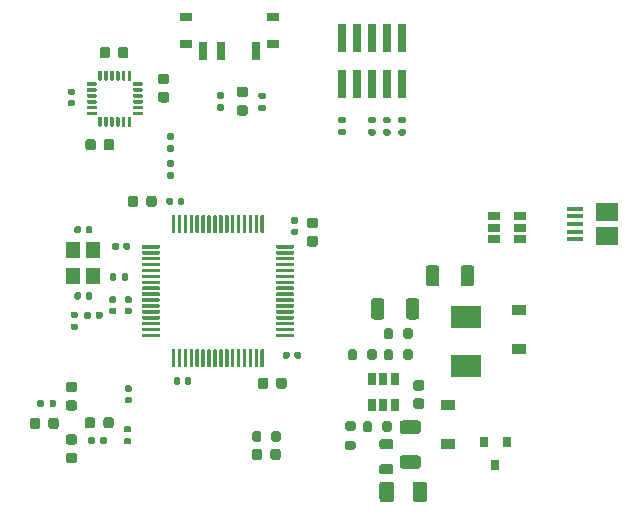
<source format=gbr>
%TF.GenerationSoftware,KiCad,Pcbnew,(5.1.10)-1*%
%TF.CreationDate,2021-09-20T20:27:13+02:00*%
%TF.ProjectId,STM32F405RG +  Gyro + I2C,53544d33-3246-4343-9035-5247202b2020,rev?*%
%TF.SameCoordinates,Original*%
%TF.FileFunction,Paste,Top*%
%TF.FilePolarity,Positive*%
%FSLAX46Y46*%
G04 Gerber Fmt 4.6, Leading zero omitted, Abs format (unit mm)*
G04 Created by KiCad (PCBNEW (5.1.10)-1) date 2021-09-20 20:27:13*
%MOMM*%
%LPD*%
G01*
G04 APERTURE LIST*
%ADD10R,0.740000X2.400000*%
%ADD11R,1.060000X0.650000*%
%ADD12R,1.900000X1.500000*%
%ADD13R,1.350000X0.400000*%
%ADD14R,1.200000X1.400000*%
%ADD15R,0.650000X1.060000*%
%ADD16R,1.000000X0.800000*%
%ADD17R,0.700000X1.500000*%
%ADD18R,0.800000X0.900000*%
%ADD19R,2.500000X1.900000*%
%ADD20R,1.200000X0.900000*%
G04 APERTURE END LIST*
%TO.C,C21*%
G36*
G01*
X140150000Y-85125000D02*
X140650000Y-85125000D01*
G75*
G02*
X140875000Y-85350000I0J-225000D01*
G01*
X140875000Y-85800000D01*
G75*
G02*
X140650000Y-86025000I-225000J0D01*
G01*
X140150000Y-86025000D01*
G75*
G02*
X139925000Y-85800000I0J225000D01*
G01*
X139925000Y-85350000D01*
G75*
G02*
X140150000Y-85125000I225000J0D01*
G01*
G37*
G36*
G01*
X140150000Y-83575000D02*
X140650000Y-83575000D01*
G75*
G02*
X140875000Y-83800000I0J-225000D01*
G01*
X140875000Y-84250000D01*
G75*
G02*
X140650000Y-84475000I-225000J0D01*
G01*
X140150000Y-84475000D01*
G75*
G02*
X139925000Y-84250000I0J225000D01*
G01*
X139925000Y-83800000D01*
G75*
G02*
X140150000Y-83575000I225000J0D01*
G01*
G37*
%TD*%
%TO.C,C20*%
G36*
G01*
X163750000Y-100049999D02*
X163750000Y-101350001D01*
G75*
G02*
X163500001Y-101600000I-249999J0D01*
G01*
X162849999Y-101600000D01*
G75*
G02*
X162600000Y-101350001I0J249999D01*
G01*
X162600000Y-100049999D01*
G75*
G02*
X162849999Y-99800000I249999J0D01*
G01*
X163500001Y-99800000D01*
G75*
G02*
X163750000Y-100049999I0J-249999D01*
G01*
G37*
G36*
G01*
X166700000Y-100049999D02*
X166700000Y-101350001D01*
G75*
G02*
X166450001Y-101600000I-249999J0D01*
G01*
X165799999Y-101600000D01*
G75*
G02*
X165550000Y-101350001I0J249999D01*
G01*
X165550000Y-100049999D01*
G75*
G02*
X165799999Y-99800000I249999J0D01*
G01*
X166450001Y-99800000D01*
G75*
G02*
X166700000Y-100049999I0J-249999D01*
G01*
G37*
%TD*%
D10*
%TO.C,J3*%
X155500000Y-84490000D03*
X155500000Y-80590000D03*
X156770000Y-84490000D03*
X156770000Y-80590000D03*
X158040000Y-84490000D03*
X158040000Y-80590000D03*
X159310000Y-84490000D03*
X159310000Y-80590000D03*
X160580000Y-84490000D03*
X160580000Y-80590000D03*
%TD*%
%TO.C,U4*%
G36*
G01*
X141100000Y-97025000D02*
X141100000Y-95625000D01*
G75*
G02*
X141175000Y-95550000I75000J0D01*
G01*
X141325000Y-95550000D01*
G75*
G02*
X141400000Y-95625000I0J-75000D01*
G01*
X141400000Y-97025000D01*
G75*
G02*
X141325000Y-97100000I-75000J0D01*
G01*
X141175000Y-97100000D01*
G75*
G02*
X141100000Y-97025000I0J75000D01*
G01*
G37*
G36*
G01*
X141600000Y-97025000D02*
X141600000Y-95625000D01*
G75*
G02*
X141675000Y-95550000I75000J0D01*
G01*
X141825000Y-95550000D01*
G75*
G02*
X141900000Y-95625000I0J-75000D01*
G01*
X141900000Y-97025000D01*
G75*
G02*
X141825000Y-97100000I-75000J0D01*
G01*
X141675000Y-97100000D01*
G75*
G02*
X141600000Y-97025000I0J75000D01*
G01*
G37*
G36*
G01*
X142100000Y-97025000D02*
X142100000Y-95625000D01*
G75*
G02*
X142175000Y-95550000I75000J0D01*
G01*
X142325000Y-95550000D01*
G75*
G02*
X142400000Y-95625000I0J-75000D01*
G01*
X142400000Y-97025000D01*
G75*
G02*
X142325000Y-97100000I-75000J0D01*
G01*
X142175000Y-97100000D01*
G75*
G02*
X142100000Y-97025000I0J75000D01*
G01*
G37*
G36*
G01*
X142600000Y-97025000D02*
X142600000Y-95625000D01*
G75*
G02*
X142675000Y-95550000I75000J0D01*
G01*
X142825000Y-95550000D01*
G75*
G02*
X142900000Y-95625000I0J-75000D01*
G01*
X142900000Y-97025000D01*
G75*
G02*
X142825000Y-97100000I-75000J0D01*
G01*
X142675000Y-97100000D01*
G75*
G02*
X142600000Y-97025000I0J75000D01*
G01*
G37*
G36*
G01*
X143100000Y-97025000D02*
X143100000Y-95625000D01*
G75*
G02*
X143175000Y-95550000I75000J0D01*
G01*
X143325000Y-95550000D01*
G75*
G02*
X143400000Y-95625000I0J-75000D01*
G01*
X143400000Y-97025000D01*
G75*
G02*
X143325000Y-97100000I-75000J0D01*
G01*
X143175000Y-97100000D01*
G75*
G02*
X143100000Y-97025000I0J75000D01*
G01*
G37*
G36*
G01*
X143600000Y-97025000D02*
X143600000Y-95625000D01*
G75*
G02*
X143675000Y-95550000I75000J0D01*
G01*
X143825000Y-95550000D01*
G75*
G02*
X143900000Y-95625000I0J-75000D01*
G01*
X143900000Y-97025000D01*
G75*
G02*
X143825000Y-97100000I-75000J0D01*
G01*
X143675000Y-97100000D01*
G75*
G02*
X143600000Y-97025000I0J75000D01*
G01*
G37*
G36*
G01*
X144100000Y-97025000D02*
X144100000Y-95625000D01*
G75*
G02*
X144175000Y-95550000I75000J0D01*
G01*
X144325000Y-95550000D01*
G75*
G02*
X144400000Y-95625000I0J-75000D01*
G01*
X144400000Y-97025000D01*
G75*
G02*
X144325000Y-97100000I-75000J0D01*
G01*
X144175000Y-97100000D01*
G75*
G02*
X144100000Y-97025000I0J75000D01*
G01*
G37*
G36*
G01*
X144600000Y-97025000D02*
X144600000Y-95625000D01*
G75*
G02*
X144675000Y-95550000I75000J0D01*
G01*
X144825000Y-95550000D01*
G75*
G02*
X144900000Y-95625000I0J-75000D01*
G01*
X144900000Y-97025000D01*
G75*
G02*
X144825000Y-97100000I-75000J0D01*
G01*
X144675000Y-97100000D01*
G75*
G02*
X144600000Y-97025000I0J75000D01*
G01*
G37*
G36*
G01*
X145100000Y-97025000D02*
X145100000Y-95625000D01*
G75*
G02*
X145175000Y-95550000I75000J0D01*
G01*
X145325000Y-95550000D01*
G75*
G02*
X145400000Y-95625000I0J-75000D01*
G01*
X145400000Y-97025000D01*
G75*
G02*
X145325000Y-97100000I-75000J0D01*
G01*
X145175000Y-97100000D01*
G75*
G02*
X145100000Y-97025000I0J75000D01*
G01*
G37*
G36*
G01*
X145600000Y-97025000D02*
X145600000Y-95625000D01*
G75*
G02*
X145675000Y-95550000I75000J0D01*
G01*
X145825000Y-95550000D01*
G75*
G02*
X145900000Y-95625000I0J-75000D01*
G01*
X145900000Y-97025000D01*
G75*
G02*
X145825000Y-97100000I-75000J0D01*
G01*
X145675000Y-97100000D01*
G75*
G02*
X145600000Y-97025000I0J75000D01*
G01*
G37*
G36*
G01*
X146100000Y-97025000D02*
X146100000Y-95625000D01*
G75*
G02*
X146175000Y-95550000I75000J0D01*
G01*
X146325000Y-95550000D01*
G75*
G02*
X146400000Y-95625000I0J-75000D01*
G01*
X146400000Y-97025000D01*
G75*
G02*
X146325000Y-97100000I-75000J0D01*
G01*
X146175000Y-97100000D01*
G75*
G02*
X146100000Y-97025000I0J75000D01*
G01*
G37*
G36*
G01*
X146600000Y-97025000D02*
X146600000Y-95625000D01*
G75*
G02*
X146675000Y-95550000I75000J0D01*
G01*
X146825000Y-95550000D01*
G75*
G02*
X146900000Y-95625000I0J-75000D01*
G01*
X146900000Y-97025000D01*
G75*
G02*
X146825000Y-97100000I-75000J0D01*
G01*
X146675000Y-97100000D01*
G75*
G02*
X146600000Y-97025000I0J75000D01*
G01*
G37*
G36*
G01*
X147100000Y-97025000D02*
X147100000Y-95625000D01*
G75*
G02*
X147175000Y-95550000I75000J0D01*
G01*
X147325000Y-95550000D01*
G75*
G02*
X147400000Y-95625000I0J-75000D01*
G01*
X147400000Y-97025000D01*
G75*
G02*
X147325000Y-97100000I-75000J0D01*
G01*
X147175000Y-97100000D01*
G75*
G02*
X147100000Y-97025000I0J75000D01*
G01*
G37*
G36*
G01*
X147600000Y-97025000D02*
X147600000Y-95625000D01*
G75*
G02*
X147675000Y-95550000I75000J0D01*
G01*
X147825000Y-95550000D01*
G75*
G02*
X147900000Y-95625000I0J-75000D01*
G01*
X147900000Y-97025000D01*
G75*
G02*
X147825000Y-97100000I-75000J0D01*
G01*
X147675000Y-97100000D01*
G75*
G02*
X147600000Y-97025000I0J75000D01*
G01*
G37*
G36*
G01*
X148100000Y-97025000D02*
X148100000Y-95625000D01*
G75*
G02*
X148175000Y-95550000I75000J0D01*
G01*
X148325000Y-95550000D01*
G75*
G02*
X148400000Y-95625000I0J-75000D01*
G01*
X148400000Y-97025000D01*
G75*
G02*
X148325000Y-97100000I-75000J0D01*
G01*
X148175000Y-97100000D01*
G75*
G02*
X148100000Y-97025000I0J75000D01*
G01*
G37*
G36*
G01*
X148600000Y-97025000D02*
X148600000Y-95625000D01*
G75*
G02*
X148675000Y-95550000I75000J0D01*
G01*
X148825000Y-95550000D01*
G75*
G02*
X148900000Y-95625000I0J-75000D01*
G01*
X148900000Y-97025000D01*
G75*
G02*
X148825000Y-97100000I-75000J0D01*
G01*
X148675000Y-97100000D01*
G75*
G02*
X148600000Y-97025000I0J75000D01*
G01*
G37*
G36*
G01*
X149900000Y-98325000D02*
X149900000Y-98175000D01*
G75*
G02*
X149975000Y-98100000I75000J0D01*
G01*
X151375000Y-98100000D01*
G75*
G02*
X151450000Y-98175000I0J-75000D01*
G01*
X151450000Y-98325000D01*
G75*
G02*
X151375000Y-98400000I-75000J0D01*
G01*
X149975000Y-98400000D01*
G75*
G02*
X149900000Y-98325000I0J75000D01*
G01*
G37*
G36*
G01*
X149900000Y-98825000D02*
X149900000Y-98675000D01*
G75*
G02*
X149975000Y-98600000I75000J0D01*
G01*
X151375000Y-98600000D01*
G75*
G02*
X151450000Y-98675000I0J-75000D01*
G01*
X151450000Y-98825000D01*
G75*
G02*
X151375000Y-98900000I-75000J0D01*
G01*
X149975000Y-98900000D01*
G75*
G02*
X149900000Y-98825000I0J75000D01*
G01*
G37*
G36*
G01*
X149900000Y-99325000D02*
X149900000Y-99175000D01*
G75*
G02*
X149975000Y-99100000I75000J0D01*
G01*
X151375000Y-99100000D01*
G75*
G02*
X151450000Y-99175000I0J-75000D01*
G01*
X151450000Y-99325000D01*
G75*
G02*
X151375000Y-99400000I-75000J0D01*
G01*
X149975000Y-99400000D01*
G75*
G02*
X149900000Y-99325000I0J75000D01*
G01*
G37*
G36*
G01*
X149900000Y-99825000D02*
X149900000Y-99675000D01*
G75*
G02*
X149975000Y-99600000I75000J0D01*
G01*
X151375000Y-99600000D01*
G75*
G02*
X151450000Y-99675000I0J-75000D01*
G01*
X151450000Y-99825000D01*
G75*
G02*
X151375000Y-99900000I-75000J0D01*
G01*
X149975000Y-99900000D01*
G75*
G02*
X149900000Y-99825000I0J75000D01*
G01*
G37*
G36*
G01*
X149900000Y-100325000D02*
X149900000Y-100175000D01*
G75*
G02*
X149975000Y-100100000I75000J0D01*
G01*
X151375000Y-100100000D01*
G75*
G02*
X151450000Y-100175000I0J-75000D01*
G01*
X151450000Y-100325000D01*
G75*
G02*
X151375000Y-100400000I-75000J0D01*
G01*
X149975000Y-100400000D01*
G75*
G02*
X149900000Y-100325000I0J75000D01*
G01*
G37*
G36*
G01*
X149900000Y-100825000D02*
X149900000Y-100675000D01*
G75*
G02*
X149975000Y-100600000I75000J0D01*
G01*
X151375000Y-100600000D01*
G75*
G02*
X151450000Y-100675000I0J-75000D01*
G01*
X151450000Y-100825000D01*
G75*
G02*
X151375000Y-100900000I-75000J0D01*
G01*
X149975000Y-100900000D01*
G75*
G02*
X149900000Y-100825000I0J75000D01*
G01*
G37*
G36*
G01*
X149900000Y-101325000D02*
X149900000Y-101175000D01*
G75*
G02*
X149975000Y-101100000I75000J0D01*
G01*
X151375000Y-101100000D01*
G75*
G02*
X151450000Y-101175000I0J-75000D01*
G01*
X151450000Y-101325000D01*
G75*
G02*
X151375000Y-101400000I-75000J0D01*
G01*
X149975000Y-101400000D01*
G75*
G02*
X149900000Y-101325000I0J75000D01*
G01*
G37*
G36*
G01*
X149900000Y-101825000D02*
X149900000Y-101675000D01*
G75*
G02*
X149975000Y-101600000I75000J0D01*
G01*
X151375000Y-101600000D01*
G75*
G02*
X151450000Y-101675000I0J-75000D01*
G01*
X151450000Y-101825000D01*
G75*
G02*
X151375000Y-101900000I-75000J0D01*
G01*
X149975000Y-101900000D01*
G75*
G02*
X149900000Y-101825000I0J75000D01*
G01*
G37*
G36*
G01*
X149900000Y-102325000D02*
X149900000Y-102175000D01*
G75*
G02*
X149975000Y-102100000I75000J0D01*
G01*
X151375000Y-102100000D01*
G75*
G02*
X151450000Y-102175000I0J-75000D01*
G01*
X151450000Y-102325000D01*
G75*
G02*
X151375000Y-102400000I-75000J0D01*
G01*
X149975000Y-102400000D01*
G75*
G02*
X149900000Y-102325000I0J75000D01*
G01*
G37*
G36*
G01*
X149900000Y-102825000D02*
X149900000Y-102675000D01*
G75*
G02*
X149975000Y-102600000I75000J0D01*
G01*
X151375000Y-102600000D01*
G75*
G02*
X151450000Y-102675000I0J-75000D01*
G01*
X151450000Y-102825000D01*
G75*
G02*
X151375000Y-102900000I-75000J0D01*
G01*
X149975000Y-102900000D01*
G75*
G02*
X149900000Y-102825000I0J75000D01*
G01*
G37*
G36*
G01*
X149900000Y-103325000D02*
X149900000Y-103175000D01*
G75*
G02*
X149975000Y-103100000I75000J0D01*
G01*
X151375000Y-103100000D01*
G75*
G02*
X151450000Y-103175000I0J-75000D01*
G01*
X151450000Y-103325000D01*
G75*
G02*
X151375000Y-103400000I-75000J0D01*
G01*
X149975000Y-103400000D01*
G75*
G02*
X149900000Y-103325000I0J75000D01*
G01*
G37*
G36*
G01*
X149900000Y-103825000D02*
X149900000Y-103675000D01*
G75*
G02*
X149975000Y-103600000I75000J0D01*
G01*
X151375000Y-103600000D01*
G75*
G02*
X151450000Y-103675000I0J-75000D01*
G01*
X151450000Y-103825000D01*
G75*
G02*
X151375000Y-103900000I-75000J0D01*
G01*
X149975000Y-103900000D01*
G75*
G02*
X149900000Y-103825000I0J75000D01*
G01*
G37*
G36*
G01*
X149900000Y-104325000D02*
X149900000Y-104175000D01*
G75*
G02*
X149975000Y-104100000I75000J0D01*
G01*
X151375000Y-104100000D01*
G75*
G02*
X151450000Y-104175000I0J-75000D01*
G01*
X151450000Y-104325000D01*
G75*
G02*
X151375000Y-104400000I-75000J0D01*
G01*
X149975000Y-104400000D01*
G75*
G02*
X149900000Y-104325000I0J75000D01*
G01*
G37*
G36*
G01*
X149900000Y-104825000D02*
X149900000Y-104675000D01*
G75*
G02*
X149975000Y-104600000I75000J0D01*
G01*
X151375000Y-104600000D01*
G75*
G02*
X151450000Y-104675000I0J-75000D01*
G01*
X151450000Y-104825000D01*
G75*
G02*
X151375000Y-104900000I-75000J0D01*
G01*
X149975000Y-104900000D01*
G75*
G02*
X149900000Y-104825000I0J75000D01*
G01*
G37*
G36*
G01*
X149900000Y-105325000D02*
X149900000Y-105175000D01*
G75*
G02*
X149975000Y-105100000I75000J0D01*
G01*
X151375000Y-105100000D01*
G75*
G02*
X151450000Y-105175000I0J-75000D01*
G01*
X151450000Y-105325000D01*
G75*
G02*
X151375000Y-105400000I-75000J0D01*
G01*
X149975000Y-105400000D01*
G75*
G02*
X149900000Y-105325000I0J75000D01*
G01*
G37*
G36*
G01*
X149900000Y-105825000D02*
X149900000Y-105675000D01*
G75*
G02*
X149975000Y-105600000I75000J0D01*
G01*
X151375000Y-105600000D01*
G75*
G02*
X151450000Y-105675000I0J-75000D01*
G01*
X151450000Y-105825000D01*
G75*
G02*
X151375000Y-105900000I-75000J0D01*
G01*
X149975000Y-105900000D01*
G75*
G02*
X149900000Y-105825000I0J75000D01*
G01*
G37*
G36*
G01*
X148600000Y-108375000D02*
X148600000Y-106975000D01*
G75*
G02*
X148675000Y-106900000I75000J0D01*
G01*
X148825000Y-106900000D01*
G75*
G02*
X148900000Y-106975000I0J-75000D01*
G01*
X148900000Y-108375000D01*
G75*
G02*
X148825000Y-108450000I-75000J0D01*
G01*
X148675000Y-108450000D01*
G75*
G02*
X148600000Y-108375000I0J75000D01*
G01*
G37*
G36*
G01*
X148100000Y-108375000D02*
X148100000Y-106975000D01*
G75*
G02*
X148175000Y-106900000I75000J0D01*
G01*
X148325000Y-106900000D01*
G75*
G02*
X148400000Y-106975000I0J-75000D01*
G01*
X148400000Y-108375000D01*
G75*
G02*
X148325000Y-108450000I-75000J0D01*
G01*
X148175000Y-108450000D01*
G75*
G02*
X148100000Y-108375000I0J75000D01*
G01*
G37*
G36*
G01*
X147600000Y-108375000D02*
X147600000Y-106975000D01*
G75*
G02*
X147675000Y-106900000I75000J0D01*
G01*
X147825000Y-106900000D01*
G75*
G02*
X147900000Y-106975000I0J-75000D01*
G01*
X147900000Y-108375000D01*
G75*
G02*
X147825000Y-108450000I-75000J0D01*
G01*
X147675000Y-108450000D01*
G75*
G02*
X147600000Y-108375000I0J75000D01*
G01*
G37*
G36*
G01*
X147100000Y-108375000D02*
X147100000Y-106975000D01*
G75*
G02*
X147175000Y-106900000I75000J0D01*
G01*
X147325000Y-106900000D01*
G75*
G02*
X147400000Y-106975000I0J-75000D01*
G01*
X147400000Y-108375000D01*
G75*
G02*
X147325000Y-108450000I-75000J0D01*
G01*
X147175000Y-108450000D01*
G75*
G02*
X147100000Y-108375000I0J75000D01*
G01*
G37*
G36*
G01*
X146600000Y-108375000D02*
X146600000Y-106975000D01*
G75*
G02*
X146675000Y-106900000I75000J0D01*
G01*
X146825000Y-106900000D01*
G75*
G02*
X146900000Y-106975000I0J-75000D01*
G01*
X146900000Y-108375000D01*
G75*
G02*
X146825000Y-108450000I-75000J0D01*
G01*
X146675000Y-108450000D01*
G75*
G02*
X146600000Y-108375000I0J75000D01*
G01*
G37*
G36*
G01*
X146100000Y-108375000D02*
X146100000Y-106975000D01*
G75*
G02*
X146175000Y-106900000I75000J0D01*
G01*
X146325000Y-106900000D01*
G75*
G02*
X146400000Y-106975000I0J-75000D01*
G01*
X146400000Y-108375000D01*
G75*
G02*
X146325000Y-108450000I-75000J0D01*
G01*
X146175000Y-108450000D01*
G75*
G02*
X146100000Y-108375000I0J75000D01*
G01*
G37*
G36*
G01*
X145600000Y-108375000D02*
X145600000Y-106975000D01*
G75*
G02*
X145675000Y-106900000I75000J0D01*
G01*
X145825000Y-106900000D01*
G75*
G02*
X145900000Y-106975000I0J-75000D01*
G01*
X145900000Y-108375000D01*
G75*
G02*
X145825000Y-108450000I-75000J0D01*
G01*
X145675000Y-108450000D01*
G75*
G02*
X145600000Y-108375000I0J75000D01*
G01*
G37*
G36*
G01*
X145100000Y-108375000D02*
X145100000Y-106975000D01*
G75*
G02*
X145175000Y-106900000I75000J0D01*
G01*
X145325000Y-106900000D01*
G75*
G02*
X145400000Y-106975000I0J-75000D01*
G01*
X145400000Y-108375000D01*
G75*
G02*
X145325000Y-108450000I-75000J0D01*
G01*
X145175000Y-108450000D01*
G75*
G02*
X145100000Y-108375000I0J75000D01*
G01*
G37*
G36*
G01*
X144600000Y-108375000D02*
X144600000Y-106975000D01*
G75*
G02*
X144675000Y-106900000I75000J0D01*
G01*
X144825000Y-106900000D01*
G75*
G02*
X144900000Y-106975000I0J-75000D01*
G01*
X144900000Y-108375000D01*
G75*
G02*
X144825000Y-108450000I-75000J0D01*
G01*
X144675000Y-108450000D01*
G75*
G02*
X144600000Y-108375000I0J75000D01*
G01*
G37*
G36*
G01*
X144100000Y-108375000D02*
X144100000Y-106975000D01*
G75*
G02*
X144175000Y-106900000I75000J0D01*
G01*
X144325000Y-106900000D01*
G75*
G02*
X144400000Y-106975000I0J-75000D01*
G01*
X144400000Y-108375000D01*
G75*
G02*
X144325000Y-108450000I-75000J0D01*
G01*
X144175000Y-108450000D01*
G75*
G02*
X144100000Y-108375000I0J75000D01*
G01*
G37*
G36*
G01*
X143600000Y-108375000D02*
X143600000Y-106975000D01*
G75*
G02*
X143675000Y-106900000I75000J0D01*
G01*
X143825000Y-106900000D01*
G75*
G02*
X143900000Y-106975000I0J-75000D01*
G01*
X143900000Y-108375000D01*
G75*
G02*
X143825000Y-108450000I-75000J0D01*
G01*
X143675000Y-108450000D01*
G75*
G02*
X143600000Y-108375000I0J75000D01*
G01*
G37*
G36*
G01*
X143100000Y-108375000D02*
X143100000Y-106975000D01*
G75*
G02*
X143175000Y-106900000I75000J0D01*
G01*
X143325000Y-106900000D01*
G75*
G02*
X143400000Y-106975000I0J-75000D01*
G01*
X143400000Y-108375000D01*
G75*
G02*
X143325000Y-108450000I-75000J0D01*
G01*
X143175000Y-108450000D01*
G75*
G02*
X143100000Y-108375000I0J75000D01*
G01*
G37*
G36*
G01*
X142600000Y-108375000D02*
X142600000Y-106975000D01*
G75*
G02*
X142675000Y-106900000I75000J0D01*
G01*
X142825000Y-106900000D01*
G75*
G02*
X142900000Y-106975000I0J-75000D01*
G01*
X142900000Y-108375000D01*
G75*
G02*
X142825000Y-108450000I-75000J0D01*
G01*
X142675000Y-108450000D01*
G75*
G02*
X142600000Y-108375000I0J75000D01*
G01*
G37*
G36*
G01*
X142100000Y-108375000D02*
X142100000Y-106975000D01*
G75*
G02*
X142175000Y-106900000I75000J0D01*
G01*
X142325000Y-106900000D01*
G75*
G02*
X142400000Y-106975000I0J-75000D01*
G01*
X142400000Y-108375000D01*
G75*
G02*
X142325000Y-108450000I-75000J0D01*
G01*
X142175000Y-108450000D01*
G75*
G02*
X142100000Y-108375000I0J75000D01*
G01*
G37*
G36*
G01*
X141600000Y-108375000D02*
X141600000Y-106975000D01*
G75*
G02*
X141675000Y-106900000I75000J0D01*
G01*
X141825000Y-106900000D01*
G75*
G02*
X141900000Y-106975000I0J-75000D01*
G01*
X141900000Y-108375000D01*
G75*
G02*
X141825000Y-108450000I-75000J0D01*
G01*
X141675000Y-108450000D01*
G75*
G02*
X141600000Y-108375000I0J75000D01*
G01*
G37*
G36*
G01*
X141100000Y-108375000D02*
X141100000Y-106975000D01*
G75*
G02*
X141175000Y-106900000I75000J0D01*
G01*
X141325000Y-106900000D01*
G75*
G02*
X141400000Y-106975000I0J-75000D01*
G01*
X141400000Y-108375000D01*
G75*
G02*
X141325000Y-108450000I-75000J0D01*
G01*
X141175000Y-108450000D01*
G75*
G02*
X141100000Y-108375000I0J75000D01*
G01*
G37*
G36*
G01*
X138550000Y-105825000D02*
X138550000Y-105675000D01*
G75*
G02*
X138625000Y-105600000I75000J0D01*
G01*
X140025000Y-105600000D01*
G75*
G02*
X140100000Y-105675000I0J-75000D01*
G01*
X140100000Y-105825000D01*
G75*
G02*
X140025000Y-105900000I-75000J0D01*
G01*
X138625000Y-105900000D01*
G75*
G02*
X138550000Y-105825000I0J75000D01*
G01*
G37*
G36*
G01*
X138550000Y-105325000D02*
X138550000Y-105175000D01*
G75*
G02*
X138625000Y-105100000I75000J0D01*
G01*
X140025000Y-105100000D01*
G75*
G02*
X140100000Y-105175000I0J-75000D01*
G01*
X140100000Y-105325000D01*
G75*
G02*
X140025000Y-105400000I-75000J0D01*
G01*
X138625000Y-105400000D01*
G75*
G02*
X138550000Y-105325000I0J75000D01*
G01*
G37*
G36*
G01*
X138550000Y-104825000D02*
X138550000Y-104675000D01*
G75*
G02*
X138625000Y-104600000I75000J0D01*
G01*
X140025000Y-104600000D01*
G75*
G02*
X140100000Y-104675000I0J-75000D01*
G01*
X140100000Y-104825000D01*
G75*
G02*
X140025000Y-104900000I-75000J0D01*
G01*
X138625000Y-104900000D01*
G75*
G02*
X138550000Y-104825000I0J75000D01*
G01*
G37*
G36*
G01*
X138550000Y-104325000D02*
X138550000Y-104175000D01*
G75*
G02*
X138625000Y-104100000I75000J0D01*
G01*
X140025000Y-104100000D01*
G75*
G02*
X140100000Y-104175000I0J-75000D01*
G01*
X140100000Y-104325000D01*
G75*
G02*
X140025000Y-104400000I-75000J0D01*
G01*
X138625000Y-104400000D01*
G75*
G02*
X138550000Y-104325000I0J75000D01*
G01*
G37*
G36*
G01*
X138550000Y-103825000D02*
X138550000Y-103675000D01*
G75*
G02*
X138625000Y-103600000I75000J0D01*
G01*
X140025000Y-103600000D01*
G75*
G02*
X140100000Y-103675000I0J-75000D01*
G01*
X140100000Y-103825000D01*
G75*
G02*
X140025000Y-103900000I-75000J0D01*
G01*
X138625000Y-103900000D01*
G75*
G02*
X138550000Y-103825000I0J75000D01*
G01*
G37*
G36*
G01*
X138550000Y-103325000D02*
X138550000Y-103175000D01*
G75*
G02*
X138625000Y-103100000I75000J0D01*
G01*
X140025000Y-103100000D01*
G75*
G02*
X140100000Y-103175000I0J-75000D01*
G01*
X140100000Y-103325000D01*
G75*
G02*
X140025000Y-103400000I-75000J0D01*
G01*
X138625000Y-103400000D01*
G75*
G02*
X138550000Y-103325000I0J75000D01*
G01*
G37*
G36*
G01*
X138550000Y-102825000D02*
X138550000Y-102675000D01*
G75*
G02*
X138625000Y-102600000I75000J0D01*
G01*
X140025000Y-102600000D01*
G75*
G02*
X140100000Y-102675000I0J-75000D01*
G01*
X140100000Y-102825000D01*
G75*
G02*
X140025000Y-102900000I-75000J0D01*
G01*
X138625000Y-102900000D01*
G75*
G02*
X138550000Y-102825000I0J75000D01*
G01*
G37*
G36*
G01*
X138550000Y-102325000D02*
X138550000Y-102175000D01*
G75*
G02*
X138625000Y-102100000I75000J0D01*
G01*
X140025000Y-102100000D01*
G75*
G02*
X140100000Y-102175000I0J-75000D01*
G01*
X140100000Y-102325000D01*
G75*
G02*
X140025000Y-102400000I-75000J0D01*
G01*
X138625000Y-102400000D01*
G75*
G02*
X138550000Y-102325000I0J75000D01*
G01*
G37*
G36*
G01*
X138550000Y-101825000D02*
X138550000Y-101675000D01*
G75*
G02*
X138625000Y-101600000I75000J0D01*
G01*
X140025000Y-101600000D01*
G75*
G02*
X140100000Y-101675000I0J-75000D01*
G01*
X140100000Y-101825000D01*
G75*
G02*
X140025000Y-101900000I-75000J0D01*
G01*
X138625000Y-101900000D01*
G75*
G02*
X138550000Y-101825000I0J75000D01*
G01*
G37*
G36*
G01*
X138550000Y-101325000D02*
X138550000Y-101175000D01*
G75*
G02*
X138625000Y-101100000I75000J0D01*
G01*
X140025000Y-101100000D01*
G75*
G02*
X140100000Y-101175000I0J-75000D01*
G01*
X140100000Y-101325000D01*
G75*
G02*
X140025000Y-101400000I-75000J0D01*
G01*
X138625000Y-101400000D01*
G75*
G02*
X138550000Y-101325000I0J75000D01*
G01*
G37*
G36*
G01*
X138550000Y-100825000D02*
X138550000Y-100675000D01*
G75*
G02*
X138625000Y-100600000I75000J0D01*
G01*
X140025000Y-100600000D01*
G75*
G02*
X140100000Y-100675000I0J-75000D01*
G01*
X140100000Y-100825000D01*
G75*
G02*
X140025000Y-100900000I-75000J0D01*
G01*
X138625000Y-100900000D01*
G75*
G02*
X138550000Y-100825000I0J75000D01*
G01*
G37*
G36*
G01*
X138550000Y-100325000D02*
X138550000Y-100175000D01*
G75*
G02*
X138625000Y-100100000I75000J0D01*
G01*
X140025000Y-100100000D01*
G75*
G02*
X140100000Y-100175000I0J-75000D01*
G01*
X140100000Y-100325000D01*
G75*
G02*
X140025000Y-100400000I-75000J0D01*
G01*
X138625000Y-100400000D01*
G75*
G02*
X138550000Y-100325000I0J75000D01*
G01*
G37*
G36*
G01*
X138550000Y-99825000D02*
X138550000Y-99675000D01*
G75*
G02*
X138625000Y-99600000I75000J0D01*
G01*
X140025000Y-99600000D01*
G75*
G02*
X140100000Y-99675000I0J-75000D01*
G01*
X140100000Y-99825000D01*
G75*
G02*
X140025000Y-99900000I-75000J0D01*
G01*
X138625000Y-99900000D01*
G75*
G02*
X138550000Y-99825000I0J75000D01*
G01*
G37*
G36*
G01*
X138550000Y-99325000D02*
X138550000Y-99175000D01*
G75*
G02*
X138625000Y-99100000I75000J0D01*
G01*
X140025000Y-99100000D01*
G75*
G02*
X140100000Y-99175000I0J-75000D01*
G01*
X140100000Y-99325000D01*
G75*
G02*
X140025000Y-99400000I-75000J0D01*
G01*
X138625000Y-99400000D01*
G75*
G02*
X138550000Y-99325000I0J75000D01*
G01*
G37*
G36*
G01*
X138550000Y-98825000D02*
X138550000Y-98675000D01*
G75*
G02*
X138625000Y-98600000I75000J0D01*
G01*
X140025000Y-98600000D01*
G75*
G02*
X140100000Y-98675000I0J-75000D01*
G01*
X140100000Y-98825000D01*
G75*
G02*
X140025000Y-98900000I-75000J0D01*
G01*
X138625000Y-98900000D01*
G75*
G02*
X138550000Y-98825000I0J75000D01*
G01*
G37*
G36*
G01*
X138550000Y-98325000D02*
X138550000Y-98175000D01*
G75*
G02*
X138625000Y-98100000I75000J0D01*
G01*
X140025000Y-98100000D01*
G75*
G02*
X140100000Y-98175000I0J-75000D01*
G01*
X140100000Y-98325000D01*
G75*
G02*
X140025000Y-98400000I-75000J0D01*
G01*
X138625000Y-98400000D01*
G75*
G02*
X138550000Y-98325000I0J75000D01*
G01*
G37*
%TD*%
D11*
%TO.C,U3*%
X168400000Y-96625000D03*
X168400000Y-97575000D03*
X168400000Y-95675000D03*
X170600000Y-95675000D03*
X170600000Y-96625000D03*
X170600000Y-97575000D03*
%TD*%
D12*
%TO.C,J1*%
X177900000Y-97300000D03*
D13*
X175200000Y-96300000D03*
X175200000Y-95650000D03*
X175200000Y-95000000D03*
X175200000Y-97600000D03*
X175200000Y-96950000D03*
D12*
X177900000Y-95300000D03*
%TD*%
%TO.C,C8*%
G36*
G01*
X134675000Y-89350000D02*
X134675000Y-89850000D01*
G75*
G02*
X134450000Y-90075000I-225000J0D01*
G01*
X134000000Y-90075000D01*
G75*
G02*
X133775000Y-89850000I0J225000D01*
G01*
X133775000Y-89350000D01*
G75*
G02*
X134000000Y-89125000I225000J0D01*
G01*
X134450000Y-89125000D01*
G75*
G02*
X134675000Y-89350000I0J-225000D01*
G01*
G37*
G36*
G01*
X136225000Y-89350000D02*
X136225000Y-89850000D01*
G75*
G02*
X136000000Y-90075000I-225000J0D01*
G01*
X135550000Y-90075000D01*
G75*
G02*
X135325000Y-89850000I0J225000D01*
G01*
X135325000Y-89350000D01*
G75*
G02*
X135550000Y-89125000I225000J0D01*
G01*
X136000000Y-89125000D01*
G75*
G02*
X136225000Y-89350000I0J-225000D01*
G01*
G37*
%TD*%
%TO.C,C7*%
G36*
G01*
X136525000Y-82050000D02*
X136525000Y-81550000D01*
G75*
G02*
X136750000Y-81325000I225000J0D01*
G01*
X137200000Y-81325000D01*
G75*
G02*
X137425000Y-81550000I0J-225000D01*
G01*
X137425000Y-82050000D01*
G75*
G02*
X137200000Y-82275000I-225000J0D01*
G01*
X136750000Y-82275000D01*
G75*
G02*
X136525000Y-82050000I0J225000D01*
G01*
G37*
G36*
G01*
X134975000Y-82050000D02*
X134975000Y-81550000D01*
G75*
G02*
X135200000Y-81325000I225000J0D01*
G01*
X135650000Y-81325000D01*
G75*
G02*
X135875000Y-81550000I0J-225000D01*
G01*
X135875000Y-82050000D01*
G75*
G02*
X135650000Y-82275000I-225000J0D01*
G01*
X135200000Y-82275000D01*
G75*
G02*
X134975000Y-82050000I0J225000D01*
G01*
G37*
%TD*%
%TO.C,R20*%
G36*
G01*
X148565000Y-86210000D02*
X148935000Y-86210000D01*
G75*
G02*
X149070000Y-86345000I0J-135000D01*
G01*
X149070000Y-86615000D01*
G75*
G02*
X148935000Y-86750000I-135000J0D01*
G01*
X148565000Y-86750000D01*
G75*
G02*
X148430000Y-86615000I0J135000D01*
G01*
X148430000Y-86345000D01*
G75*
G02*
X148565000Y-86210000I135000J0D01*
G01*
G37*
G36*
G01*
X148565000Y-85190000D02*
X148935000Y-85190000D01*
G75*
G02*
X149070000Y-85325000I0J-135000D01*
G01*
X149070000Y-85595000D01*
G75*
G02*
X148935000Y-85730000I-135000J0D01*
G01*
X148565000Y-85730000D01*
G75*
G02*
X148430000Y-85595000I0J135000D01*
G01*
X148430000Y-85325000D01*
G75*
G02*
X148565000Y-85190000I135000J0D01*
G01*
G37*
%TD*%
%TO.C,R19*%
G36*
G01*
X134560000Y-114465000D02*
X134560000Y-114835000D01*
G75*
G02*
X134425000Y-114970000I-135000J0D01*
G01*
X134155000Y-114970000D01*
G75*
G02*
X134020000Y-114835000I0J135000D01*
G01*
X134020000Y-114465000D01*
G75*
G02*
X134155000Y-114330000I135000J0D01*
G01*
X134425000Y-114330000D01*
G75*
G02*
X134560000Y-114465000I0J-135000D01*
G01*
G37*
G36*
G01*
X135580000Y-114465000D02*
X135580000Y-114835000D01*
G75*
G02*
X135445000Y-114970000I-135000J0D01*
G01*
X135175000Y-114970000D01*
G75*
G02*
X135040000Y-114835000I0J135000D01*
G01*
X135040000Y-114465000D01*
G75*
G02*
X135175000Y-114330000I135000J0D01*
G01*
X135445000Y-114330000D01*
G75*
G02*
X135580000Y-114465000I0J-135000D01*
G01*
G37*
%TD*%
%TO.C,R18*%
G36*
G01*
X130740000Y-111685000D02*
X130740000Y-111315000D01*
G75*
G02*
X130875000Y-111180000I135000J0D01*
G01*
X131145000Y-111180000D01*
G75*
G02*
X131280000Y-111315000I0J-135000D01*
G01*
X131280000Y-111685000D01*
G75*
G02*
X131145000Y-111820000I-135000J0D01*
G01*
X130875000Y-111820000D01*
G75*
G02*
X130740000Y-111685000I0J135000D01*
G01*
G37*
G36*
G01*
X129720000Y-111685000D02*
X129720000Y-111315000D01*
G75*
G02*
X129855000Y-111180000I135000J0D01*
G01*
X130125000Y-111180000D01*
G75*
G02*
X130260000Y-111315000I0J-135000D01*
G01*
X130260000Y-111685000D01*
G75*
G02*
X130125000Y-111820000I-135000J0D01*
G01*
X129855000Y-111820000D01*
G75*
G02*
X129720000Y-111685000I0J135000D01*
G01*
G37*
%TD*%
%TO.C,R17*%
G36*
G01*
X137535000Y-113960000D02*
X137165000Y-113960000D01*
G75*
G02*
X137030000Y-113825000I0J135000D01*
G01*
X137030000Y-113555000D01*
G75*
G02*
X137165000Y-113420000I135000J0D01*
G01*
X137535000Y-113420000D01*
G75*
G02*
X137670000Y-113555000I0J-135000D01*
G01*
X137670000Y-113825000D01*
G75*
G02*
X137535000Y-113960000I-135000J0D01*
G01*
G37*
G36*
G01*
X137535000Y-114980000D02*
X137165000Y-114980000D01*
G75*
G02*
X137030000Y-114845000I0J135000D01*
G01*
X137030000Y-114575000D01*
G75*
G02*
X137165000Y-114440000I135000J0D01*
G01*
X137535000Y-114440000D01*
G75*
G02*
X137670000Y-114575000I0J-135000D01*
G01*
X137670000Y-114845000D01*
G75*
G02*
X137535000Y-114980000I-135000J0D01*
G01*
G37*
%TD*%
%TO.C,R16*%
G36*
G01*
X132657000Y-104742000D02*
X133027000Y-104742000D01*
G75*
G02*
X133162000Y-104877000I0J-135000D01*
G01*
X133162000Y-105147000D01*
G75*
G02*
X133027000Y-105282000I-135000J0D01*
G01*
X132657000Y-105282000D01*
G75*
G02*
X132522000Y-105147000I0J135000D01*
G01*
X132522000Y-104877000D01*
G75*
G02*
X132657000Y-104742000I135000J0D01*
G01*
G37*
G36*
G01*
X132657000Y-103722000D02*
X133027000Y-103722000D01*
G75*
G02*
X133162000Y-103857000I0J-135000D01*
G01*
X133162000Y-104127000D01*
G75*
G02*
X133027000Y-104262000I-135000J0D01*
G01*
X132657000Y-104262000D01*
G75*
G02*
X132522000Y-104127000I0J135000D01*
G01*
X132522000Y-103857000D01*
G75*
G02*
X132657000Y-103722000I135000J0D01*
G01*
G37*
%TD*%
%TO.C,R15*%
G36*
G01*
X140785000Y-89648000D02*
X141155000Y-89648000D01*
G75*
G02*
X141290000Y-89783000I0J-135000D01*
G01*
X141290000Y-90053000D01*
G75*
G02*
X141155000Y-90188000I-135000J0D01*
G01*
X140785000Y-90188000D01*
G75*
G02*
X140650000Y-90053000I0J135000D01*
G01*
X140650000Y-89783000D01*
G75*
G02*
X140785000Y-89648000I135000J0D01*
G01*
G37*
G36*
G01*
X140785000Y-88628000D02*
X141155000Y-88628000D01*
G75*
G02*
X141290000Y-88763000I0J-135000D01*
G01*
X141290000Y-89033000D01*
G75*
G02*
X141155000Y-89168000I-135000J0D01*
G01*
X140785000Y-89168000D01*
G75*
G02*
X140650000Y-89033000I0J135000D01*
G01*
X140650000Y-88763000D01*
G75*
G02*
X140785000Y-88628000I135000J0D01*
G01*
G37*
%TD*%
%TO.C,R14*%
G36*
G01*
X140785000Y-91934000D02*
X141155000Y-91934000D01*
G75*
G02*
X141290000Y-92069000I0J-135000D01*
G01*
X141290000Y-92339000D01*
G75*
G02*
X141155000Y-92474000I-135000J0D01*
G01*
X140785000Y-92474000D01*
G75*
G02*
X140650000Y-92339000I0J135000D01*
G01*
X140650000Y-92069000D01*
G75*
G02*
X140785000Y-91934000I135000J0D01*
G01*
G37*
G36*
G01*
X140785000Y-90914000D02*
X141155000Y-90914000D01*
G75*
G02*
X141290000Y-91049000I0J-135000D01*
G01*
X141290000Y-91319000D01*
G75*
G02*
X141155000Y-91454000I-135000J0D01*
G01*
X140785000Y-91454000D01*
G75*
G02*
X140650000Y-91319000I0J135000D01*
G01*
X140650000Y-91049000D01*
G75*
G02*
X140785000Y-90914000I135000J0D01*
G01*
G37*
%TD*%
%TO.C,L2*%
G36*
G01*
X134640000Y-104222500D02*
X134640000Y-103877500D01*
G75*
G02*
X134787500Y-103730000I147500J0D01*
G01*
X135082500Y-103730000D01*
G75*
G02*
X135230000Y-103877500I0J-147500D01*
G01*
X135230000Y-104222500D01*
G75*
G02*
X135082500Y-104370000I-147500J0D01*
G01*
X134787500Y-104370000D01*
G75*
G02*
X134640000Y-104222500I0J147500D01*
G01*
G37*
G36*
G01*
X133670000Y-104222500D02*
X133670000Y-103877500D01*
G75*
G02*
X133817500Y-103730000I147500J0D01*
G01*
X134112500Y-103730000D01*
G75*
G02*
X134260000Y-103877500I0J-147500D01*
G01*
X134260000Y-104222500D01*
G75*
G02*
X134112500Y-104370000I-147500J0D01*
G01*
X133817500Y-104370000D01*
G75*
G02*
X133670000Y-104222500I0J147500D01*
G01*
G37*
%TD*%
D14*
%TO.C,Y1*%
X134450000Y-98500000D03*
X134450000Y-100700000D03*
X132750000Y-100700000D03*
X132750000Y-98500000D03*
%TD*%
%TO.C,U2*%
G36*
G01*
X137445000Y-87235000D02*
X137595000Y-87235000D01*
G75*
G02*
X137670000Y-87310000I0J-75000D01*
G01*
X137670000Y-88010000D01*
G75*
G02*
X137595000Y-88085000I-75000J0D01*
G01*
X137445000Y-88085000D01*
G75*
G02*
X137370000Y-88010000I0J75000D01*
G01*
X137370000Y-87310000D01*
G75*
G02*
X137445000Y-87235000I75000J0D01*
G01*
G37*
G36*
G01*
X136945000Y-87235000D02*
X137095000Y-87235000D01*
G75*
G02*
X137170000Y-87310000I0J-75000D01*
G01*
X137170000Y-88010000D01*
G75*
G02*
X137095000Y-88085000I-75000J0D01*
G01*
X136945000Y-88085000D01*
G75*
G02*
X136870000Y-88010000I0J75000D01*
G01*
X136870000Y-87310000D01*
G75*
G02*
X136945000Y-87235000I75000J0D01*
G01*
G37*
G36*
G01*
X136445000Y-87235000D02*
X136595000Y-87235000D01*
G75*
G02*
X136670000Y-87310000I0J-75000D01*
G01*
X136670000Y-88010000D01*
G75*
G02*
X136595000Y-88085000I-75000J0D01*
G01*
X136445000Y-88085000D01*
G75*
G02*
X136370000Y-88010000I0J75000D01*
G01*
X136370000Y-87310000D01*
G75*
G02*
X136445000Y-87235000I75000J0D01*
G01*
G37*
G36*
G01*
X135945000Y-87235000D02*
X136095000Y-87235000D01*
G75*
G02*
X136170000Y-87310000I0J-75000D01*
G01*
X136170000Y-88010000D01*
G75*
G02*
X136095000Y-88085000I-75000J0D01*
G01*
X135945000Y-88085000D01*
G75*
G02*
X135870000Y-88010000I0J75000D01*
G01*
X135870000Y-87310000D01*
G75*
G02*
X135945000Y-87235000I75000J0D01*
G01*
G37*
G36*
G01*
X135445000Y-87235000D02*
X135595000Y-87235000D01*
G75*
G02*
X135670000Y-87310000I0J-75000D01*
G01*
X135670000Y-88010000D01*
G75*
G02*
X135595000Y-88085000I-75000J0D01*
G01*
X135445000Y-88085000D01*
G75*
G02*
X135370000Y-88010000I0J75000D01*
G01*
X135370000Y-87310000D01*
G75*
G02*
X135445000Y-87235000I75000J0D01*
G01*
G37*
G36*
G01*
X134945000Y-87235000D02*
X135095000Y-87235000D01*
G75*
G02*
X135170000Y-87310000I0J-75000D01*
G01*
X135170000Y-88010000D01*
G75*
G02*
X135095000Y-88085000I-75000J0D01*
G01*
X134945000Y-88085000D01*
G75*
G02*
X134870000Y-88010000I0J75000D01*
G01*
X134870000Y-87310000D01*
G75*
G02*
X134945000Y-87235000I75000J0D01*
G01*
G37*
G36*
G01*
X134745000Y-86885000D02*
X134745000Y-87035000D01*
G75*
G02*
X134670000Y-87110000I-75000J0D01*
G01*
X133970000Y-87110000D01*
G75*
G02*
X133895000Y-87035000I0J75000D01*
G01*
X133895000Y-86885000D01*
G75*
G02*
X133970000Y-86810000I75000J0D01*
G01*
X134670000Y-86810000D01*
G75*
G02*
X134745000Y-86885000I0J-75000D01*
G01*
G37*
G36*
G01*
X134745000Y-86385000D02*
X134745000Y-86535000D01*
G75*
G02*
X134670000Y-86610000I-75000J0D01*
G01*
X133970000Y-86610000D01*
G75*
G02*
X133895000Y-86535000I0J75000D01*
G01*
X133895000Y-86385000D01*
G75*
G02*
X133970000Y-86310000I75000J0D01*
G01*
X134670000Y-86310000D01*
G75*
G02*
X134745000Y-86385000I0J-75000D01*
G01*
G37*
G36*
G01*
X134745000Y-85885000D02*
X134745000Y-86035000D01*
G75*
G02*
X134670000Y-86110000I-75000J0D01*
G01*
X133970000Y-86110000D01*
G75*
G02*
X133895000Y-86035000I0J75000D01*
G01*
X133895000Y-85885000D01*
G75*
G02*
X133970000Y-85810000I75000J0D01*
G01*
X134670000Y-85810000D01*
G75*
G02*
X134745000Y-85885000I0J-75000D01*
G01*
G37*
G36*
G01*
X134745000Y-85385000D02*
X134745000Y-85535000D01*
G75*
G02*
X134670000Y-85610000I-75000J0D01*
G01*
X133970000Y-85610000D01*
G75*
G02*
X133895000Y-85535000I0J75000D01*
G01*
X133895000Y-85385000D01*
G75*
G02*
X133970000Y-85310000I75000J0D01*
G01*
X134670000Y-85310000D01*
G75*
G02*
X134745000Y-85385000I0J-75000D01*
G01*
G37*
G36*
G01*
X134745000Y-84885000D02*
X134745000Y-85035000D01*
G75*
G02*
X134670000Y-85110000I-75000J0D01*
G01*
X133970000Y-85110000D01*
G75*
G02*
X133895000Y-85035000I0J75000D01*
G01*
X133895000Y-84885000D01*
G75*
G02*
X133970000Y-84810000I75000J0D01*
G01*
X134670000Y-84810000D01*
G75*
G02*
X134745000Y-84885000I0J-75000D01*
G01*
G37*
G36*
G01*
X134745000Y-84385000D02*
X134745000Y-84535000D01*
G75*
G02*
X134670000Y-84610000I-75000J0D01*
G01*
X133970000Y-84610000D01*
G75*
G02*
X133895000Y-84535000I0J75000D01*
G01*
X133895000Y-84385000D01*
G75*
G02*
X133970000Y-84310000I75000J0D01*
G01*
X134670000Y-84310000D01*
G75*
G02*
X134745000Y-84385000I0J-75000D01*
G01*
G37*
G36*
G01*
X134945000Y-83335000D02*
X135095000Y-83335000D01*
G75*
G02*
X135170000Y-83410000I0J-75000D01*
G01*
X135170000Y-84110000D01*
G75*
G02*
X135095000Y-84185000I-75000J0D01*
G01*
X134945000Y-84185000D01*
G75*
G02*
X134870000Y-84110000I0J75000D01*
G01*
X134870000Y-83410000D01*
G75*
G02*
X134945000Y-83335000I75000J0D01*
G01*
G37*
G36*
G01*
X135445000Y-83335000D02*
X135595000Y-83335000D01*
G75*
G02*
X135670000Y-83410000I0J-75000D01*
G01*
X135670000Y-84110000D01*
G75*
G02*
X135595000Y-84185000I-75000J0D01*
G01*
X135445000Y-84185000D01*
G75*
G02*
X135370000Y-84110000I0J75000D01*
G01*
X135370000Y-83410000D01*
G75*
G02*
X135445000Y-83335000I75000J0D01*
G01*
G37*
G36*
G01*
X135945000Y-83335000D02*
X136095000Y-83335000D01*
G75*
G02*
X136170000Y-83410000I0J-75000D01*
G01*
X136170000Y-84110000D01*
G75*
G02*
X136095000Y-84185000I-75000J0D01*
G01*
X135945000Y-84185000D01*
G75*
G02*
X135870000Y-84110000I0J75000D01*
G01*
X135870000Y-83410000D01*
G75*
G02*
X135945000Y-83335000I75000J0D01*
G01*
G37*
G36*
G01*
X136445000Y-83335000D02*
X136595000Y-83335000D01*
G75*
G02*
X136670000Y-83410000I0J-75000D01*
G01*
X136670000Y-84110000D01*
G75*
G02*
X136595000Y-84185000I-75000J0D01*
G01*
X136445000Y-84185000D01*
G75*
G02*
X136370000Y-84110000I0J75000D01*
G01*
X136370000Y-83410000D01*
G75*
G02*
X136445000Y-83335000I75000J0D01*
G01*
G37*
G36*
G01*
X136945000Y-83335000D02*
X137095000Y-83335000D01*
G75*
G02*
X137170000Y-83410000I0J-75000D01*
G01*
X137170000Y-84110000D01*
G75*
G02*
X137095000Y-84185000I-75000J0D01*
G01*
X136945000Y-84185000D01*
G75*
G02*
X136870000Y-84110000I0J75000D01*
G01*
X136870000Y-83410000D01*
G75*
G02*
X136945000Y-83335000I75000J0D01*
G01*
G37*
G36*
G01*
X137445000Y-83335000D02*
X137595000Y-83335000D01*
G75*
G02*
X137670000Y-83410000I0J-75000D01*
G01*
X137670000Y-84110000D01*
G75*
G02*
X137595000Y-84185000I-75000J0D01*
G01*
X137445000Y-84185000D01*
G75*
G02*
X137370000Y-84110000I0J75000D01*
G01*
X137370000Y-83410000D01*
G75*
G02*
X137445000Y-83335000I75000J0D01*
G01*
G37*
G36*
G01*
X138645000Y-84385000D02*
X138645000Y-84535000D01*
G75*
G02*
X138570000Y-84610000I-75000J0D01*
G01*
X137870000Y-84610000D01*
G75*
G02*
X137795000Y-84535000I0J75000D01*
G01*
X137795000Y-84385000D01*
G75*
G02*
X137870000Y-84310000I75000J0D01*
G01*
X138570000Y-84310000D01*
G75*
G02*
X138645000Y-84385000I0J-75000D01*
G01*
G37*
G36*
G01*
X138645000Y-84885000D02*
X138645000Y-85035000D01*
G75*
G02*
X138570000Y-85110000I-75000J0D01*
G01*
X137870000Y-85110000D01*
G75*
G02*
X137795000Y-85035000I0J75000D01*
G01*
X137795000Y-84885000D01*
G75*
G02*
X137870000Y-84810000I75000J0D01*
G01*
X138570000Y-84810000D01*
G75*
G02*
X138645000Y-84885000I0J-75000D01*
G01*
G37*
G36*
G01*
X138645000Y-85385000D02*
X138645000Y-85535000D01*
G75*
G02*
X138570000Y-85610000I-75000J0D01*
G01*
X137870000Y-85610000D01*
G75*
G02*
X137795000Y-85535000I0J75000D01*
G01*
X137795000Y-85385000D01*
G75*
G02*
X137870000Y-85310000I75000J0D01*
G01*
X138570000Y-85310000D01*
G75*
G02*
X138645000Y-85385000I0J-75000D01*
G01*
G37*
G36*
G01*
X138645000Y-85885000D02*
X138645000Y-86035000D01*
G75*
G02*
X138570000Y-86110000I-75000J0D01*
G01*
X137870000Y-86110000D01*
G75*
G02*
X137795000Y-86035000I0J75000D01*
G01*
X137795000Y-85885000D01*
G75*
G02*
X137870000Y-85810000I75000J0D01*
G01*
X138570000Y-85810000D01*
G75*
G02*
X138645000Y-85885000I0J-75000D01*
G01*
G37*
G36*
G01*
X138645000Y-86385000D02*
X138645000Y-86535000D01*
G75*
G02*
X138570000Y-86610000I-75000J0D01*
G01*
X137870000Y-86610000D01*
G75*
G02*
X137795000Y-86535000I0J75000D01*
G01*
X137795000Y-86385000D01*
G75*
G02*
X137870000Y-86310000I75000J0D01*
G01*
X138570000Y-86310000D01*
G75*
G02*
X138645000Y-86385000I0J-75000D01*
G01*
G37*
G36*
G01*
X138645000Y-86885000D02*
X138645000Y-87035000D01*
G75*
G02*
X138570000Y-87110000I-75000J0D01*
G01*
X137870000Y-87110000D01*
G75*
G02*
X137795000Y-87035000I0J75000D01*
G01*
X137795000Y-86885000D01*
G75*
G02*
X137870000Y-86810000I75000J0D01*
G01*
X138570000Y-86810000D01*
G75*
G02*
X138645000Y-86885000I0J-75000D01*
G01*
G37*
%TD*%
D15*
%TO.C,U1*%
X159950000Y-109400000D03*
X159000000Y-109400000D03*
X158050000Y-109400000D03*
X158050000Y-111600000D03*
X159950000Y-111600000D03*
X159000000Y-111600000D03*
%TD*%
D16*
%TO.C,SW1*%
X149630000Y-81030000D03*
X142330000Y-81030000D03*
X142330000Y-78820000D03*
X149630000Y-78820000D03*
D17*
X143730000Y-81680000D03*
X145230000Y-81680000D03*
X148230000Y-81680000D03*
%TD*%
%TO.C,R13*%
G36*
G01*
X136360000Y-100615000D02*
X136360000Y-100985000D01*
G75*
G02*
X136225000Y-101120000I-135000J0D01*
G01*
X135955000Y-101120000D01*
G75*
G02*
X135820000Y-100985000I0J135000D01*
G01*
X135820000Y-100615000D01*
G75*
G02*
X135955000Y-100480000I135000J0D01*
G01*
X136225000Y-100480000D01*
G75*
G02*
X136360000Y-100615000I0J-135000D01*
G01*
G37*
G36*
G01*
X137380000Y-100615000D02*
X137380000Y-100985000D01*
G75*
G02*
X137245000Y-101120000I-135000J0D01*
G01*
X136975000Y-101120000D01*
G75*
G02*
X136840000Y-100985000I0J135000D01*
G01*
X136840000Y-100615000D01*
G75*
G02*
X136975000Y-100480000I135000J0D01*
G01*
X137245000Y-100480000D01*
G75*
G02*
X137380000Y-100615000I0J-135000D01*
G01*
G37*
%TD*%
%TO.C,R11*%
G36*
G01*
X155685000Y-87790000D02*
X155315000Y-87790000D01*
G75*
G02*
X155180000Y-87655000I0J135000D01*
G01*
X155180000Y-87385000D01*
G75*
G02*
X155315000Y-87250000I135000J0D01*
G01*
X155685000Y-87250000D01*
G75*
G02*
X155820000Y-87385000I0J-135000D01*
G01*
X155820000Y-87655000D01*
G75*
G02*
X155685000Y-87790000I-135000J0D01*
G01*
G37*
G36*
G01*
X155685000Y-88810000D02*
X155315000Y-88810000D01*
G75*
G02*
X155180000Y-88675000I0J135000D01*
G01*
X155180000Y-88405000D01*
G75*
G02*
X155315000Y-88270000I135000J0D01*
G01*
X155685000Y-88270000D01*
G75*
G02*
X155820000Y-88405000I0J-135000D01*
G01*
X155820000Y-88675000D01*
G75*
G02*
X155685000Y-88810000I-135000J0D01*
G01*
G37*
%TD*%
%TO.C,R10*%
G36*
G01*
X158225000Y-87800000D02*
X157855000Y-87800000D01*
G75*
G02*
X157720000Y-87665000I0J135000D01*
G01*
X157720000Y-87395000D01*
G75*
G02*
X157855000Y-87260000I135000J0D01*
G01*
X158225000Y-87260000D01*
G75*
G02*
X158360000Y-87395000I0J-135000D01*
G01*
X158360000Y-87665000D01*
G75*
G02*
X158225000Y-87800000I-135000J0D01*
G01*
G37*
G36*
G01*
X158225000Y-88820000D02*
X157855000Y-88820000D01*
G75*
G02*
X157720000Y-88685000I0J135000D01*
G01*
X157720000Y-88415000D01*
G75*
G02*
X157855000Y-88280000I135000J0D01*
G01*
X158225000Y-88280000D01*
G75*
G02*
X158360000Y-88415000I0J-135000D01*
G01*
X158360000Y-88685000D01*
G75*
G02*
X158225000Y-88820000I-135000J0D01*
G01*
G37*
%TD*%
%TO.C,R9*%
G36*
G01*
X159485000Y-87800000D02*
X159115000Y-87800000D01*
G75*
G02*
X158980000Y-87665000I0J135000D01*
G01*
X158980000Y-87395000D01*
G75*
G02*
X159115000Y-87260000I135000J0D01*
G01*
X159485000Y-87260000D01*
G75*
G02*
X159620000Y-87395000I0J-135000D01*
G01*
X159620000Y-87665000D01*
G75*
G02*
X159485000Y-87800000I-135000J0D01*
G01*
G37*
G36*
G01*
X159485000Y-88820000D02*
X159115000Y-88820000D01*
G75*
G02*
X158980000Y-88685000I0J135000D01*
G01*
X158980000Y-88415000D01*
G75*
G02*
X159115000Y-88280000I135000J0D01*
G01*
X159485000Y-88280000D01*
G75*
G02*
X159620000Y-88415000I0J-135000D01*
G01*
X159620000Y-88685000D01*
G75*
G02*
X159485000Y-88820000I-135000J0D01*
G01*
G37*
%TD*%
%TO.C,R8*%
G36*
G01*
X160775000Y-87800000D02*
X160405000Y-87800000D01*
G75*
G02*
X160270000Y-87665000I0J135000D01*
G01*
X160270000Y-87395000D01*
G75*
G02*
X160405000Y-87260000I135000J0D01*
G01*
X160775000Y-87260000D01*
G75*
G02*
X160910000Y-87395000I0J-135000D01*
G01*
X160910000Y-87665000D01*
G75*
G02*
X160775000Y-87800000I-135000J0D01*
G01*
G37*
G36*
G01*
X160775000Y-88820000D02*
X160405000Y-88820000D01*
G75*
G02*
X160270000Y-88685000I0J135000D01*
G01*
X160270000Y-88415000D01*
G75*
G02*
X160405000Y-88280000I135000J0D01*
G01*
X160775000Y-88280000D01*
G75*
G02*
X160910000Y-88415000I0J-135000D01*
G01*
X160910000Y-88685000D01*
G75*
G02*
X160775000Y-88820000I-135000J0D01*
G01*
G37*
%TD*%
%TO.C,R7*%
G36*
G01*
X145045000Y-86190000D02*
X145415000Y-86190000D01*
G75*
G02*
X145550000Y-86325000I0J-135000D01*
G01*
X145550000Y-86595000D01*
G75*
G02*
X145415000Y-86730000I-135000J0D01*
G01*
X145045000Y-86730000D01*
G75*
G02*
X144910000Y-86595000I0J135000D01*
G01*
X144910000Y-86325000D01*
G75*
G02*
X145045000Y-86190000I135000J0D01*
G01*
G37*
G36*
G01*
X145045000Y-85170000D02*
X145415000Y-85170000D01*
G75*
G02*
X145550000Y-85305000I0J-135000D01*
G01*
X145550000Y-85575000D01*
G75*
G02*
X145415000Y-85710000I-135000J0D01*
G01*
X145045000Y-85710000D01*
G75*
G02*
X144910000Y-85575000I0J135000D01*
G01*
X144910000Y-85305000D01*
G75*
G02*
X145045000Y-85170000I135000J0D01*
G01*
G37*
%TD*%
%TO.C,R6*%
G36*
G01*
X159845000Y-105325000D02*
X159845000Y-105875000D01*
G75*
G02*
X159645000Y-106075000I-200000J0D01*
G01*
X159245000Y-106075000D01*
G75*
G02*
X159045000Y-105875000I0J200000D01*
G01*
X159045000Y-105325000D01*
G75*
G02*
X159245000Y-105125000I200000J0D01*
G01*
X159645000Y-105125000D01*
G75*
G02*
X159845000Y-105325000I0J-200000D01*
G01*
G37*
G36*
G01*
X161495000Y-105325000D02*
X161495000Y-105875000D01*
G75*
G02*
X161295000Y-106075000I-200000J0D01*
G01*
X160895000Y-106075000D01*
G75*
G02*
X160695000Y-105875000I0J200000D01*
G01*
X160695000Y-105325000D01*
G75*
G02*
X160895000Y-105125000I200000J0D01*
G01*
X161295000Y-105125000D01*
G75*
G02*
X161495000Y-105325000I0J-200000D01*
G01*
G37*
%TD*%
%TO.C,R5*%
G36*
G01*
X149523000Y-114575000D02*
X149523000Y-114025000D01*
G75*
G02*
X149723000Y-113825000I200000J0D01*
G01*
X150123000Y-113825000D01*
G75*
G02*
X150323000Y-114025000I0J-200000D01*
G01*
X150323000Y-114575000D01*
G75*
G02*
X150123000Y-114775000I-200000J0D01*
G01*
X149723000Y-114775000D01*
G75*
G02*
X149523000Y-114575000I0J200000D01*
G01*
G37*
G36*
G01*
X147873000Y-114575000D02*
X147873000Y-114025000D01*
G75*
G02*
X148073000Y-113825000I200000J0D01*
G01*
X148473000Y-113825000D01*
G75*
G02*
X148673000Y-114025000I0J-200000D01*
G01*
X148673000Y-114575000D01*
G75*
G02*
X148473000Y-114775000I-200000J0D01*
G01*
X148073000Y-114775000D01*
G75*
G02*
X147873000Y-114575000I0J200000D01*
G01*
G37*
%TD*%
%TO.C,R4*%
G36*
G01*
X160695000Y-107653000D02*
X160695000Y-107103000D01*
G75*
G02*
X160895000Y-106903000I200000J0D01*
G01*
X161295000Y-106903000D01*
G75*
G02*
X161495000Y-107103000I0J-200000D01*
G01*
X161495000Y-107653000D01*
G75*
G02*
X161295000Y-107853000I-200000J0D01*
G01*
X160895000Y-107853000D01*
G75*
G02*
X160695000Y-107653000I0J200000D01*
G01*
G37*
G36*
G01*
X159045000Y-107653000D02*
X159045000Y-107103000D01*
G75*
G02*
X159245000Y-106903000I200000J0D01*
G01*
X159645000Y-106903000D01*
G75*
G02*
X159845000Y-107103000I0J-200000D01*
G01*
X159845000Y-107653000D01*
G75*
G02*
X159645000Y-107853000I-200000J0D01*
G01*
X159245000Y-107853000D01*
G75*
G02*
X159045000Y-107653000I0J200000D01*
G01*
G37*
%TD*%
%TO.C,R3*%
G36*
G01*
X155931000Y-114661000D02*
X156481000Y-114661000D01*
G75*
G02*
X156681000Y-114861000I0J-200000D01*
G01*
X156681000Y-115261000D01*
G75*
G02*
X156481000Y-115461000I-200000J0D01*
G01*
X155931000Y-115461000D01*
G75*
G02*
X155731000Y-115261000I0J200000D01*
G01*
X155731000Y-114861000D01*
G75*
G02*
X155931000Y-114661000I200000J0D01*
G01*
G37*
G36*
G01*
X155931000Y-113011000D02*
X156481000Y-113011000D01*
G75*
G02*
X156681000Y-113211000I0J-200000D01*
G01*
X156681000Y-113611000D01*
G75*
G02*
X156481000Y-113811000I-200000J0D01*
G01*
X155931000Y-113811000D01*
G75*
G02*
X155731000Y-113611000I0J200000D01*
G01*
X155731000Y-113211000D01*
G75*
G02*
X155931000Y-113011000I200000J0D01*
G01*
G37*
%TD*%
%TO.C,R2*%
G36*
G01*
X157647000Y-107653000D02*
X157647000Y-107103000D01*
G75*
G02*
X157847000Y-106903000I200000J0D01*
G01*
X158247000Y-106903000D01*
G75*
G02*
X158447000Y-107103000I0J-200000D01*
G01*
X158447000Y-107653000D01*
G75*
G02*
X158247000Y-107853000I-200000J0D01*
G01*
X157847000Y-107853000D01*
G75*
G02*
X157647000Y-107653000I0J200000D01*
G01*
G37*
G36*
G01*
X155997000Y-107653000D02*
X155997000Y-107103000D01*
G75*
G02*
X156197000Y-106903000I200000J0D01*
G01*
X156597000Y-106903000D01*
G75*
G02*
X156797000Y-107103000I0J-200000D01*
G01*
X156797000Y-107653000D01*
G75*
G02*
X156597000Y-107853000I-200000J0D01*
G01*
X156197000Y-107853000D01*
G75*
G02*
X155997000Y-107653000I0J200000D01*
G01*
G37*
%TD*%
%TO.C,R1*%
G36*
G01*
X158067000Y-113199000D02*
X158067000Y-113749000D01*
G75*
G02*
X157867000Y-113949000I-200000J0D01*
G01*
X157467000Y-113949000D01*
G75*
G02*
X157267000Y-113749000I0J200000D01*
G01*
X157267000Y-113199000D01*
G75*
G02*
X157467000Y-112999000I200000J0D01*
G01*
X157867000Y-112999000D01*
G75*
G02*
X158067000Y-113199000I0J-200000D01*
G01*
G37*
G36*
G01*
X159717000Y-113199000D02*
X159717000Y-113749000D01*
G75*
G02*
X159517000Y-113949000I-200000J0D01*
G01*
X159117000Y-113949000D01*
G75*
G02*
X158917000Y-113749000I0J200000D01*
G01*
X158917000Y-113199000D01*
G75*
G02*
X159117000Y-112999000I200000J0D01*
G01*
X159517000Y-112999000D01*
G75*
G02*
X159717000Y-113199000I0J-200000D01*
G01*
G37*
%TD*%
D18*
%TO.C,Q1*%
X168500000Y-116750000D03*
X167550000Y-114750000D03*
X169450000Y-114750000D03*
%TD*%
D19*
%TO.C,L1*%
X166000000Y-104200000D03*
X166000000Y-108300000D03*
%TD*%
%TO.C,FB1*%
G36*
G01*
X159635250Y-115389000D02*
X158872750Y-115389000D01*
G75*
G02*
X158654000Y-115170250I0J218750D01*
G01*
X158654000Y-114732750D01*
G75*
G02*
X158872750Y-114514000I218750J0D01*
G01*
X159635250Y-114514000D01*
G75*
G02*
X159854000Y-114732750I0J-218750D01*
G01*
X159854000Y-115170250D01*
G75*
G02*
X159635250Y-115389000I-218750J0D01*
G01*
G37*
G36*
G01*
X159635250Y-117514000D02*
X158872750Y-117514000D01*
G75*
G02*
X158654000Y-117295250I0J218750D01*
G01*
X158654000Y-116857750D01*
G75*
G02*
X158872750Y-116639000I218750J0D01*
G01*
X159635250Y-116639000D01*
G75*
G02*
X159854000Y-116857750I0J-218750D01*
G01*
X159854000Y-117295250D01*
G75*
G02*
X159635250Y-117514000I-218750J0D01*
G01*
G37*
%TD*%
%TO.C,D8*%
G36*
G01*
X146813750Y-86260000D02*
X147326250Y-86260000D01*
G75*
G02*
X147545000Y-86478750I0J-218750D01*
G01*
X147545000Y-86916250D01*
G75*
G02*
X147326250Y-87135000I-218750J0D01*
G01*
X146813750Y-87135000D01*
G75*
G02*
X146595000Y-86916250I0J218750D01*
G01*
X146595000Y-86478750D01*
G75*
G02*
X146813750Y-86260000I218750J0D01*
G01*
G37*
G36*
G01*
X146813750Y-84685000D02*
X147326250Y-84685000D01*
G75*
G02*
X147545000Y-84903750I0J-218750D01*
G01*
X147545000Y-85341250D01*
G75*
G02*
X147326250Y-85560000I-218750J0D01*
G01*
X146813750Y-85560000D01*
G75*
G02*
X146595000Y-85341250I0J218750D01*
G01*
X146595000Y-84903750D01*
G75*
G02*
X146813750Y-84685000I218750J0D01*
G01*
G37*
%TD*%
%TO.C,D7*%
G36*
G01*
X132856250Y-115000000D02*
X132343750Y-115000000D01*
G75*
G02*
X132125000Y-114781250I0J218750D01*
G01*
X132125000Y-114343750D01*
G75*
G02*
X132343750Y-114125000I218750J0D01*
G01*
X132856250Y-114125000D01*
G75*
G02*
X133075000Y-114343750I0J-218750D01*
G01*
X133075000Y-114781250D01*
G75*
G02*
X132856250Y-115000000I-218750J0D01*
G01*
G37*
G36*
G01*
X132856250Y-116575000D02*
X132343750Y-116575000D01*
G75*
G02*
X132125000Y-116356250I0J218750D01*
G01*
X132125000Y-115918750D01*
G75*
G02*
X132343750Y-115700000I218750J0D01*
G01*
X132856250Y-115700000D01*
G75*
G02*
X133075000Y-115918750I0J-218750D01*
G01*
X133075000Y-116356250D01*
G75*
G02*
X132856250Y-116575000I-218750J0D01*
G01*
G37*
%TD*%
%TO.C,D6*%
G36*
G01*
X130650000Y-113456250D02*
X130650000Y-112943750D01*
G75*
G02*
X130868750Y-112725000I218750J0D01*
G01*
X131306250Y-112725000D01*
G75*
G02*
X131525000Y-112943750I0J-218750D01*
G01*
X131525000Y-113456250D01*
G75*
G02*
X131306250Y-113675000I-218750J0D01*
G01*
X130868750Y-113675000D01*
G75*
G02*
X130650000Y-113456250I0J218750D01*
G01*
G37*
G36*
G01*
X129075000Y-113456250D02*
X129075000Y-112943750D01*
G75*
G02*
X129293750Y-112725000I218750J0D01*
G01*
X129731250Y-112725000D01*
G75*
G02*
X129950000Y-112943750I0J-218750D01*
G01*
X129950000Y-113456250D01*
G75*
G02*
X129731250Y-113675000I-218750J0D01*
G01*
X129293750Y-113675000D01*
G75*
G02*
X129075000Y-113456250I0J218750D01*
G01*
G37*
%TD*%
%TO.C,D5*%
G36*
G01*
X135300000Y-113406250D02*
X135300000Y-112893750D01*
G75*
G02*
X135518750Y-112675000I218750J0D01*
G01*
X135956250Y-112675000D01*
G75*
G02*
X136175000Y-112893750I0J-218750D01*
G01*
X136175000Y-113406250D01*
G75*
G02*
X135956250Y-113625000I-218750J0D01*
G01*
X135518750Y-113625000D01*
G75*
G02*
X135300000Y-113406250I0J218750D01*
G01*
G37*
G36*
G01*
X133725000Y-113406250D02*
X133725000Y-112893750D01*
G75*
G02*
X133943750Y-112675000I218750J0D01*
G01*
X134381250Y-112675000D01*
G75*
G02*
X134600000Y-112893750I0J-218750D01*
G01*
X134600000Y-113406250D01*
G75*
G02*
X134381250Y-113625000I-218750J0D01*
G01*
X133943750Y-113625000D01*
G75*
G02*
X133725000Y-113406250I0J218750D01*
G01*
G37*
%TD*%
%TO.C,D4*%
G36*
G01*
X132856250Y-110550000D02*
X132343750Y-110550000D01*
G75*
G02*
X132125000Y-110331250I0J218750D01*
G01*
X132125000Y-109893750D01*
G75*
G02*
X132343750Y-109675000I218750J0D01*
G01*
X132856250Y-109675000D01*
G75*
G02*
X133075000Y-109893750I0J-218750D01*
G01*
X133075000Y-110331250D01*
G75*
G02*
X132856250Y-110550000I-218750J0D01*
G01*
G37*
G36*
G01*
X132856250Y-112125000D02*
X132343750Y-112125000D01*
G75*
G02*
X132125000Y-111906250I0J218750D01*
G01*
X132125000Y-111468750D01*
G75*
G02*
X132343750Y-111250000I218750J0D01*
G01*
X132856250Y-111250000D01*
G75*
G02*
X133075000Y-111468750I0J-218750D01*
G01*
X133075000Y-111906250D01*
G75*
G02*
X132856250Y-112125000I-218750J0D01*
G01*
G37*
%TD*%
%TO.C,D3*%
G36*
G01*
X149448000Y-116080250D02*
X149448000Y-115567750D01*
G75*
G02*
X149666750Y-115349000I218750J0D01*
G01*
X150104250Y-115349000D01*
G75*
G02*
X150323000Y-115567750I0J-218750D01*
G01*
X150323000Y-116080250D01*
G75*
G02*
X150104250Y-116299000I-218750J0D01*
G01*
X149666750Y-116299000D01*
G75*
G02*
X149448000Y-116080250I0J218750D01*
G01*
G37*
G36*
G01*
X147873000Y-116080250D02*
X147873000Y-115567750D01*
G75*
G02*
X148091750Y-115349000I218750J0D01*
G01*
X148529250Y-115349000D01*
G75*
G02*
X148748000Y-115567750I0J-218750D01*
G01*
X148748000Y-116080250D01*
G75*
G02*
X148529250Y-116299000I-218750J0D01*
G01*
X148091750Y-116299000D01*
G75*
G02*
X147873000Y-116080250I0J218750D01*
G01*
G37*
%TD*%
D20*
%TO.C,D2*%
X164500000Y-114900000D03*
X164500000Y-111600000D03*
%TD*%
%TO.C,D1*%
X170500000Y-106900000D03*
X170500000Y-103600000D03*
%TD*%
%TO.C,C19*%
G36*
G01*
X137244000Y-109984000D02*
X137584000Y-109984000D01*
G75*
G02*
X137724000Y-110124000I0J-140000D01*
G01*
X137724000Y-110404000D01*
G75*
G02*
X137584000Y-110544000I-140000J0D01*
G01*
X137244000Y-110544000D01*
G75*
G02*
X137104000Y-110404000I0J140000D01*
G01*
X137104000Y-110124000D01*
G75*
G02*
X137244000Y-109984000I140000J0D01*
G01*
G37*
G36*
G01*
X137244000Y-110944000D02*
X137584000Y-110944000D01*
G75*
G02*
X137724000Y-111084000I0J-140000D01*
G01*
X137724000Y-111364000D01*
G75*
G02*
X137584000Y-111504000I-140000J0D01*
G01*
X137244000Y-111504000D01*
G75*
G02*
X137104000Y-111364000I0J140000D01*
G01*
X137104000Y-111084000D01*
G75*
G02*
X137244000Y-110944000I140000J0D01*
G01*
G37*
%TD*%
%TO.C,C18*%
G36*
G01*
X137570000Y-103000000D02*
X137230000Y-103000000D01*
G75*
G02*
X137090000Y-102860000I0J140000D01*
G01*
X137090000Y-102580000D01*
G75*
G02*
X137230000Y-102440000I140000J0D01*
G01*
X137570000Y-102440000D01*
G75*
G02*
X137710000Y-102580000I0J-140000D01*
G01*
X137710000Y-102860000D01*
G75*
G02*
X137570000Y-103000000I-140000J0D01*
G01*
G37*
G36*
G01*
X137570000Y-103960000D02*
X137230000Y-103960000D01*
G75*
G02*
X137090000Y-103820000I0J140000D01*
G01*
X137090000Y-103540000D01*
G75*
G02*
X137230000Y-103400000I140000J0D01*
G01*
X137570000Y-103400000D01*
G75*
G02*
X137710000Y-103540000I0J-140000D01*
G01*
X137710000Y-103820000D01*
G75*
G02*
X137570000Y-103960000I-140000J0D01*
G01*
G37*
%TD*%
%TO.C,C17*%
G36*
G01*
X136270000Y-103000000D02*
X135930000Y-103000000D01*
G75*
G02*
X135790000Y-102860000I0J140000D01*
G01*
X135790000Y-102580000D01*
G75*
G02*
X135930000Y-102440000I140000J0D01*
G01*
X136270000Y-102440000D01*
G75*
G02*
X136410000Y-102580000I0J-140000D01*
G01*
X136410000Y-102860000D01*
G75*
G02*
X136270000Y-103000000I-140000J0D01*
G01*
G37*
G36*
G01*
X136270000Y-103960000D02*
X135930000Y-103960000D01*
G75*
G02*
X135790000Y-103820000I0J140000D01*
G01*
X135790000Y-103540000D01*
G75*
G02*
X135930000Y-103400000I140000J0D01*
G01*
X136270000Y-103400000D01*
G75*
G02*
X136410000Y-103540000I0J-140000D01*
G01*
X136410000Y-103820000D01*
G75*
G02*
X136270000Y-103960000I-140000J0D01*
G01*
G37*
%TD*%
%TO.C,C16*%
G36*
G01*
X151470000Y-107600000D02*
X151470000Y-107260000D01*
G75*
G02*
X151610000Y-107120000I140000J0D01*
G01*
X151890000Y-107120000D01*
G75*
G02*
X152030000Y-107260000I0J-140000D01*
G01*
X152030000Y-107600000D01*
G75*
G02*
X151890000Y-107740000I-140000J0D01*
G01*
X151610000Y-107740000D01*
G75*
G02*
X151470000Y-107600000I0J140000D01*
G01*
G37*
G36*
G01*
X150510000Y-107600000D02*
X150510000Y-107260000D01*
G75*
G02*
X150650000Y-107120000I140000J0D01*
G01*
X150930000Y-107120000D01*
G75*
G02*
X151070000Y-107260000I0J-140000D01*
G01*
X151070000Y-107600000D01*
G75*
G02*
X150930000Y-107740000I-140000J0D01*
G01*
X150650000Y-107740000D01*
G75*
G02*
X150510000Y-107600000I0J140000D01*
G01*
G37*
%TD*%
%TO.C,C15*%
G36*
G01*
X136600000Y-98030000D02*
X136600000Y-98370000D01*
G75*
G02*
X136460000Y-98510000I-140000J0D01*
G01*
X136180000Y-98510000D01*
G75*
G02*
X136040000Y-98370000I0J140000D01*
G01*
X136040000Y-98030000D01*
G75*
G02*
X136180000Y-97890000I140000J0D01*
G01*
X136460000Y-97890000D01*
G75*
G02*
X136600000Y-98030000I0J-140000D01*
G01*
G37*
G36*
G01*
X137560000Y-98030000D02*
X137560000Y-98370000D01*
G75*
G02*
X137420000Y-98510000I-140000J0D01*
G01*
X137140000Y-98510000D01*
G75*
G02*
X137000000Y-98370000I0J140000D01*
G01*
X137000000Y-98030000D01*
G75*
G02*
X137140000Y-97890000I140000J0D01*
G01*
X137420000Y-97890000D01*
G75*
G02*
X137560000Y-98030000I0J-140000D01*
G01*
G37*
%TD*%
%TO.C,C14*%
G36*
G01*
X151670000Y-96300000D02*
X151330000Y-96300000D01*
G75*
G02*
X151190000Y-96160000I0J140000D01*
G01*
X151190000Y-95880000D01*
G75*
G02*
X151330000Y-95740000I140000J0D01*
G01*
X151670000Y-95740000D01*
G75*
G02*
X151810000Y-95880000I0J-140000D01*
G01*
X151810000Y-96160000D01*
G75*
G02*
X151670000Y-96300000I-140000J0D01*
G01*
G37*
G36*
G01*
X151670000Y-97260000D02*
X151330000Y-97260000D01*
G75*
G02*
X151190000Y-97120000I0J140000D01*
G01*
X151190000Y-96840000D01*
G75*
G02*
X151330000Y-96700000I140000J0D01*
G01*
X151670000Y-96700000D01*
G75*
G02*
X151810000Y-96840000I0J-140000D01*
G01*
X151810000Y-97120000D01*
G75*
G02*
X151670000Y-97260000I-140000J0D01*
G01*
G37*
%TD*%
%TO.C,C13*%
G36*
G01*
X141600000Y-94570000D02*
X141600000Y-94230000D01*
G75*
G02*
X141740000Y-94090000I140000J0D01*
G01*
X142020000Y-94090000D01*
G75*
G02*
X142160000Y-94230000I0J-140000D01*
G01*
X142160000Y-94570000D01*
G75*
G02*
X142020000Y-94710000I-140000J0D01*
G01*
X141740000Y-94710000D01*
G75*
G02*
X141600000Y-94570000I0J140000D01*
G01*
G37*
G36*
G01*
X140640000Y-94570000D02*
X140640000Y-94230000D01*
G75*
G02*
X140780000Y-94090000I140000J0D01*
G01*
X141060000Y-94090000D01*
G75*
G02*
X141200000Y-94230000I0J-140000D01*
G01*
X141200000Y-94570000D01*
G75*
G02*
X141060000Y-94710000I-140000J0D01*
G01*
X140780000Y-94710000D01*
G75*
G02*
X140640000Y-94570000I0J140000D01*
G01*
G37*
%TD*%
%TO.C,C12*%
G36*
G01*
X141800000Y-109430000D02*
X141800000Y-109770000D01*
G75*
G02*
X141660000Y-109910000I-140000J0D01*
G01*
X141380000Y-109910000D01*
G75*
G02*
X141240000Y-109770000I0J140000D01*
G01*
X141240000Y-109430000D01*
G75*
G02*
X141380000Y-109290000I140000J0D01*
G01*
X141660000Y-109290000D01*
G75*
G02*
X141800000Y-109430000I0J-140000D01*
G01*
G37*
G36*
G01*
X142760000Y-109430000D02*
X142760000Y-109770000D01*
G75*
G02*
X142620000Y-109910000I-140000J0D01*
G01*
X142340000Y-109910000D01*
G75*
G02*
X142200000Y-109770000I0J140000D01*
G01*
X142200000Y-109430000D01*
G75*
G02*
X142340000Y-109290000I140000J0D01*
G01*
X142620000Y-109290000D01*
G75*
G02*
X142760000Y-109430000I0J-140000D01*
G01*
G37*
%TD*%
%TO.C,C11*%
G36*
G01*
X138275000Y-94150000D02*
X138275000Y-94650000D01*
G75*
G02*
X138050000Y-94875000I-225000J0D01*
G01*
X137600000Y-94875000D01*
G75*
G02*
X137375000Y-94650000I0J225000D01*
G01*
X137375000Y-94150000D01*
G75*
G02*
X137600000Y-93925000I225000J0D01*
G01*
X138050000Y-93925000D01*
G75*
G02*
X138275000Y-94150000I0J-225000D01*
G01*
G37*
G36*
G01*
X139825000Y-94150000D02*
X139825000Y-94650000D01*
G75*
G02*
X139600000Y-94875000I-225000J0D01*
G01*
X139150000Y-94875000D01*
G75*
G02*
X138925000Y-94650000I0J225000D01*
G01*
X138925000Y-94150000D01*
G75*
G02*
X139150000Y-93925000I225000J0D01*
G01*
X139600000Y-93925000D01*
G75*
G02*
X139825000Y-94150000I0J-225000D01*
G01*
G37*
%TD*%
%TO.C,C10*%
G36*
G01*
X153250000Y-96675000D02*
X152750000Y-96675000D01*
G75*
G02*
X152525000Y-96450000I0J225000D01*
G01*
X152525000Y-96000000D01*
G75*
G02*
X152750000Y-95775000I225000J0D01*
G01*
X153250000Y-95775000D01*
G75*
G02*
X153475000Y-96000000I0J-225000D01*
G01*
X153475000Y-96450000D01*
G75*
G02*
X153250000Y-96675000I-225000J0D01*
G01*
G37*
G36*
G01*
X153250000Y-98225000D02*
X152750000Y-98225000D01*
G75*
G02*
X152525000Y-98000000I0J225000D01*
G01*
X152525000Y-97550000D01*
G75*
G02*
X152750000Y-97325000I225000J0D01*
G01*
X153250000Y-97325000D01*
G75*
G02*
X153475000Y-97550000I0J-225000D01*
G01*
X153475000Y-98000000D01*
G75*
G02*
X153250000Y-98225000I-225000J0D01*
G01*
G37*
%TD*%
%TO.C,C9*%
G36*
G01*
X149925000Y-110050000D02*
X149925000Y-109550000D01*
G75*
G02*
X150150000Y-109325000I225000J0D01*
G01*
X150600000Y-109325000D01*
G75*
G02*
X150825000Y-109550000I0J-225000D01*
G01*
X150825000Y-110050000D01*
G75*
G02*
X150600000Y-110275000I-225000J0D01*
G01*
X150150000Y-110275000D01*
G75*
G02*
X149925000Y-110050000I0J225000D01*
G01*
G37*
G36*
G01*
X148375000Y-110050000D02*
X148375000Y-109550000D01*
G75*
G02*
X148600000Y-109325000I225000J0D01*
G01*
X149050000Y-109325000D01*
G75*
G02*
X149275000Y-109550000I0J-225000D01*
G01*
X149275000Y-110050000D01*
G75*
G02*
X149050000Y-110275000I-225000J0D01*
G01*
X148600000Y-110275000D01*
G75*
G02*
X148375000Y-110050000I0J225000D01*
G01*
G37*
%TD*%
%TO.C,C6*%
G36*
G01*
X132430000Y-85800000D02*
X132770000Y-85800000D01*
G75*
G02*
X132910000Y-85940000I0J-140000D01*
G01*
X132910000Y-86220000D01*
G75*
G02*
X132770000Y-86360000I-140000J0D01*
G01*
X132430000Y-86360000D01*
G75*
G02*
X132290000Y-86220000I0J140000D01*
G01*
X132290000Y-85940000D01*
G75*
G02*
X132430000Y-85800000I140000J0D01*
G01*
G37*
G36*
G01*
X132430000Y-84840000D02*
X132770000Y-84840000D01*
G75*
G02*
X132910000Y-84980000I0J-140000D01*
G01*
X132910000Y-85260000D01*
G75*
G02*
X132770000Y-85400000I-140000J0D01*
G01*
X132430000Y-85400000D01*
G75*
G02*
X132290000Y-85260000I0J140000D01*
G01*
X132290000Y-84980000D01*
G75*
G02*
X132430000Y-84840000I140000J0D01*
G01*
G37*
%TD*%
%TO.C,C5*%
G36*
G01*
X133400000Y-102230000D02*
X133400000Y-102570000D01*
G75*
G02*
X133260000Y-102710000I-140000J0D01*
G01*
X132980000Y-102710000D01*
G75*
G02*
X132840000Y-102570000I0J140000D01*
G01*
X132840000Y-102230000D01*
G75*
G02*
X132980000Y-102090000I140000J0D01*
G01*
X133260000Y-102090000D01*
G75*
G02*
X133400000Y-102230000I0J-140000D01*
G01*
G37*
G36*
G01*
X134360000Y-102230000D02*
X134360000Y-102570000D01*
G75*
G02*
X134220000Y-102710000I-140000J0D01*
G01*
X133940000Y-102710000D01*
G75*
G02*
X133800000Y-102570000I0J140000D01*
G01*
X133800000Y-102230000D01*
G75*
G02*
X133940000Y-102090000I140000J0D01*
G01*
X134220000Y-102090000D01*
G75*
G02*
X134360000Y-102230000I0J-140000D01*
G01*
G37*
%TD*%
%TO.C,C4*%
G36*
G01*
X133800000Y-96970000D02*
X133800000Y-96630000D01*
G75*
G02*
X133940000Y-96490000I140000J0D01*
G01*
X134220000Y-96490000D01*
G75*
G02*
X134360000Y-96630000I0J-140000D01*
G01*
X134360000Y-96970000D01*
G75*
G02*
X134220000Y-97110000I-140000J0D01*
G01*
X133940000Y-97110000D01*
G75*
G02*
X133800000Y-96970000I0J140000D01*
G01*
G37*
G36*
G01*
X132840000Y-96970000D02*
X132840000Y-96630000D01*
G75*
G02*
X132980000Y-96490000I140000J0D01*
G01*
X133260000Y-96490000D01*
G75*
G02*
X133400000Y-96630000I0J-140000D01*
G01*
X133400000Y-96970000D01*
G75*
G02*
X133260000Y-97110000I-140000J0D01*
G01*
X132980000Y-97110000D01*
G75*
G02*
X132840000Y-96970000I0J140000D01*
G01*
G37*
%TD*%
%TO.C,C3*%
G36*
G01*
X159100000Y-102849999D02*
X159100000Y-104150001D01*
G75*
G02*
X158850001Y-104400000I-249999J0D01*
G01*
X158199999Y-104400000D01*
G75*
G02*
X157950000Y-104150001I0J249999D01*
G01*
X157950000Y-102849999D01*
G75*
G02*
X158199999Y-102600000I249999J0D01*
G01*
X158850001Y-102600000D01*
G75*
G02*
X159100000Y-102849999I0J-249999D01*
G01*
G37*
G36*
G01*
X162050000Y-102849999D02*
X162050000Y-104150001D01*
G75*
G02*
X161800001Y-104400000I-249999J0D01*
G01*
X161149999Y-104400000D01*
G75*
G02*
X160900000Y-104150001I0J249999D01*
G01*
X160900000Y-102849999D01*
G75*
G02*
X161149999Y-102600000I249999J0D01*
G01*
X161800001Y-102600000D01*
G75*
G02*
X162050000Y-102849999I0J-249999D01*
G01*
G37*
%TD*%
%TO.C,C2*%
G36*
G01*
X161750000Y-111075000D02*
X162250000Y-111075000D01*
G75*
G02*
X162475000Y-111300000I0J-225000D01*
G01*
X162475000Y-111750000D01*
G75*
G02*
X162250000Y-111975000I-225000J0D01*
G01*
X161750000Y-111975000D01*
G75*
G02*
X161525000Y-111750000I0J225000D01*
G01*
X161525000Y-111300000D01*
G75*
G02*
X161750000Y-111075000I225000J0D01*
G01*
G37*
G36*
G01*
X161750000Y-109525000D02*
X162250000Y-109525000D01*
G75*
G02*
X162475000Y-109750000I0J-225000D01*
G01*
X162475000Y-110200000D01*
G75*
G02*
X162250000Y-110425000I-225000J0D01*
G01*
X161750000Y-110425000D01*
G75*
G02*
X161525000Y-110200000I0J225000D01*
G01*
X161525000Y-109750000D01*
G75*
G02*
X161750000Y-109525000I225000J0D01*
G01*
G37*
%TD*%
%TO.C,C1*%
G36*
G01*
X160635999Y-112948000D02*
X161936001Y-112948000D01*
G75*
G02*
X162186000Y-113197999I0J-249999D01*
G01*
X162186000Y-113848001D01*
G75*
G02*
X161936001Y-114098000I-249999J0D01*
G01*
X160635999Y-114098000D01*
G75*
G02*
X160386000Y-113848001I0J249999D01*
G01*
X160386000Y-113197999D01*
G75*
G02*
X160635999Y-112948000I249999J0D01*
G01*
G37*
G36*
G01*
X160635999Y-115898000D02*
X161936001Y-115898000D01*
G75*
G02*
X162186000Y-116147999I0J-249999D01*
G01*
X162186000Y-116798001D01*
G75*
G02*
X161936001Y-117048000I-249999J0D01*
G01*
X160635999Y-117048000D01*
G75*
G02*
X160386000Y-116798001I0J249999D01*
G01*
X160386000Y-116147999D01*
G75*
G02*
X160635999Y-115898000I249999J0D01*
G01*
G37*
%TD*%
%TO.C,F1*%
G36*
G01*
X158675000Y-119625000D02*
X158675000Y-118375000D01*
G75*
G02*
X158925000Y-118125000I250000J0D01*
G01*
X159675000Y-118125000D01*
G75*
G02*
X159925000Y-118375000I0J-250000D01*
G01*
X159925000Y-119625000D01*
G75*
G02*
X159675000Y-119875000I-250000J0D01*
G01*
X158925000Y-119875000D01*
G75*
G02*
X158675000Y-119625000I0J250000D01*
G01*
G37*
G36*
G01*
X161475000Y-119625000D02*
X161475000Y-118375000D01*
G75*
G02*
X161725000Y-118125000I250000J0D01*
G01*
X162475000Y-118125000D01*
G75*
G02*
X162725000Y-118375000I0J-250000D01*
G01*
X162725000Y-119625000D01*
G75*
G02*
X162475000Y-119875000I-250000J0D01*
G01*
X161725000Y-119875000D01*
G75*
G02*
X161475000Y-119625000I0J250000D01*
G01*
G37*
%TD*%
M02*

</source>
